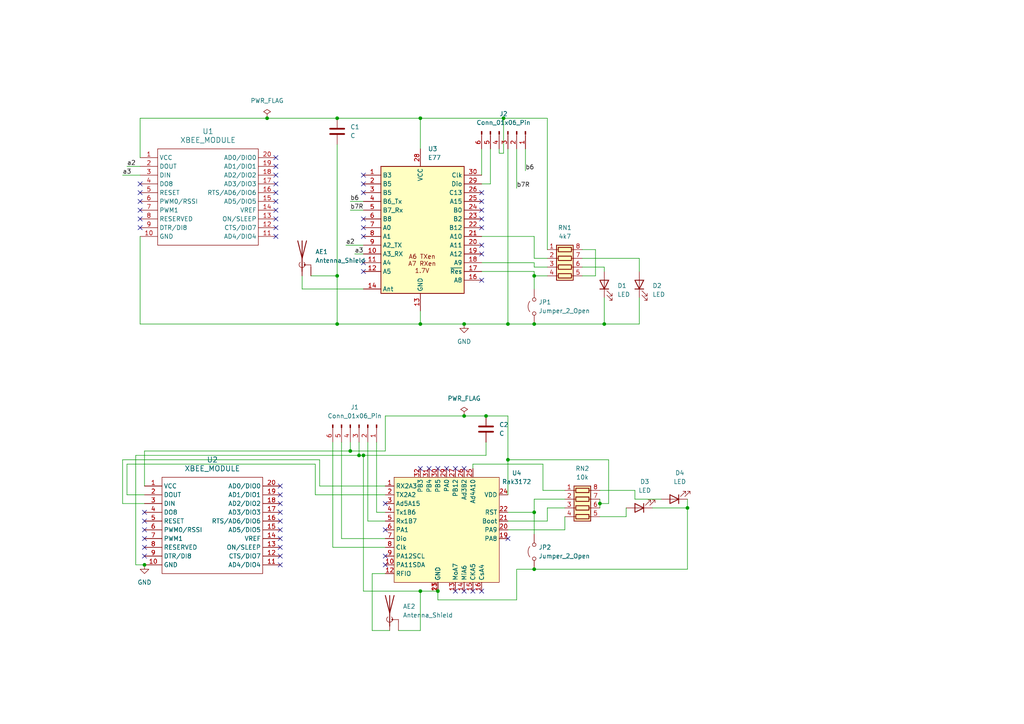
<source format=kicad_sch>
(kicad_sch (version 20231120) (generator "eeschema") (generator_version "8.0")
  (paper "A4")
  (lib_symbols
    (symbol "1meine:EbyteE77"
      (property "Reference" "U" (at 0 5.334 0))
      (property "Value" "E77" (at -0.254 2.794 0))
      (symbol "EbyteE77_1_1"
        (rectangle (start -11.43 24.13) (end 12.7 -12.7) (stroke (width 0.254)) (fill (type background)))
        (text "A6 TXen\nA7 RXen\n1.7V" (at 0.508 -4.064 0) (effects (font (size 1.27 1.27))))
        (pin input line (at -16.51 21.59 0) (length 5.08) (name "B3") (number "1"))
        (pin input line (at -16.51 -1.27 0) (length 5.08) (name "A3_RX") (number "10"))
        (pin passive line (at -16.51 -3.81 0) (length 5.08) (name "A4") (number "11"))
        (pin passive line (at -16.51 -6.35 0) (length 5.08) (name "A5") (number "12"))
        (pin power_in line (at 0 -17.78 90) (length 5.08) (name "GND") (number "13"))
        (pin passive line (at -16.51 -11.43 0) (length 5.08) (name "Ant") (number "14"))
        (pin passive line (at 0 -17.78 90) (length 5.08) hide (name "GND") (number "15"))
        (pin bidirectional line (at 17.78 -8.89 180) (length 5.08) (name "A8") (number "16"))
        (pin passive line (at 17.78 -6.35 180) (length 5.08) (name "~{Res}") (number "17"))
        (pin bidirectional line (at 17.78 -3.81 180) (length 5.08) (name "A9") (number "18"))
        (pin bidirectional line (at 17.78 -1.27 180) (length 5.08) (name "A12") (number "19"))
        (pin input line (at -16.51 19.05 0) (length 5.08) (name "B5") (number "2"))
        (pin bidirectional line (at 17.78 1.27 180) (length 5.08) (name "A11") (number "20"))
        (pin bidirectional line (at 17.78 3.81 180) (length 5.08) (name "A10") (number "21"))
        (pin bidirectional line (at 17.78 6.35 180) (length 5.08) (name "B12") (number "22"))
        (pin bidirectional line (at 17.78 8.89 180) (length 5.08) (name "B2") (number "23"))
        (pin bidirectional line (at 17.78 11.43 180) (length 5.08) (name "B0") (number "24"))
        (pin bidirectional line (at 17.78 13.97 180) (length 5.08) (name "A15") (number "25"))
        (pin bidirectional line (at 17.78 16.51 180) (length 5.08) (name "C13") (number "26"))
        (pin passive line (at 0 -17.78 90) (length 5.08) hide (name "GND") (number "27"))
        (pin power_in line (at 0 29.21 270) (length 5.08) (name "VCC") (number "28"))
        (pin bidirectional line (at 17.78 19.05 180) (length 5.08) (name "Dio") (number "29"))
        (pin bidirectional line (at -16.51 16.51 0) (length 5.08) (name "B5") (number "3"))
        (pin bidirectional line (at 17.78 21.59 180) (length 5.08) (name "Clk") (number "30"))
        (pin output line (at -16.51 13.97 0) (length 5.08) (name "B6_Tx") (number "4"))
        (pin input line (at -16.51 11.43 0) (length 5.08) (name "B7_Rx") (number "5"))
        (pin bidirectional line (at -16.51 8.89 0) (length 5.08) (name "B8") (number "6"))
        (pin passive line (at -16.51 6.35 0) (length 5.08) (name "A0") (number "7"))
        (pin passive line (at -16.51 3.81 0) (length 5.08) (name "A1") (number "8"))
        (pin passive line (at -16.51 1.27 0) (length 5.08) (name "A2_TX") (number "9"))
      )
    )
    (symbol "1meine:rak3172"
      (property "Reference" "U" (at 0 0 0))
      (property "Value" "Rak3172" (at 0 0 0))
      (symbol "rak3172_0_1"
        (rectangle (start -15.24 13.97) (end 15.24 -16.51) (fill (type background)))
      )
      (symbol "rak3172_1_1"
        (pin input line (at -17.78 11.43 0) (length 2.54) (name "RX2A3") (number "1"))
        (pin input line (at -17.78 -11.43 0) (length 2.54) (name "PA11SDA") (number "10"))
        (pin input line (at -2.54 -19.05 90) (length 2.54) (name "GND") (number "11"))
        (pin input line (at -17.78 -13.97 0) (length 2.54) (name "RFIO") (number "12"))
        (pin input line (at 2.54 -19.05 90) (length 2.54) (name "MoA7") (number "13"))
        (pin input line (at 5.08 -19.05 90) (length 2.54) (name "MiA6") (number "14"))
        (pin input line (at 7.62 -19.05 90) (length 2.54) (name "CKA5") (number "15"))
        (pin input line (at 10.16 -19.05 90) (length 2.54) (name "CsA4") (number "16"))
        (pin input line (at -2.54 -19.05 90) (length 2.54) hide (name "GND") (number "17"))
        (pin input line (at -2.54 -19.05 90) (length 2.54) hide (name "GND") (number "18"))
        (pin input line (at 17.78 -3.81 180) (length 2.54) (name "PA8") (number "19"))
        (pin input line (at -17.78 8.89 0) (length 2.54) (name "TX2A2") (number "2"))
        (pin input line (at 17.78 -1.27 180) (length 2.54) (name "PA9") (number "20"))
        (pin input line (at 17.78 1.27 180) (length 2.54) (name "Boot") (number "21"))
        (pin input line (at 17.78 3.81 180) (length 2.54) (name "RST") (number "22"))
        (pin input line (at -2.54 -19.05 90) (length 2.54) (name "GND") (number "23"))
        (pin input line (at 17.78 8.89 180) (length 2.54) (name "VDD") (number "24"))
        (pin input line (at 7.62 16.51 270) (length 2.54) (name "Ad4A10") (number "25"))
        (pin input line (at 5.08 16.51 270) (length 2.54) (name "Ad3B2") (number "26"))
        (pin input line (at 2.54 16.51 270) (length 2.54) (name "PB12") (number "27"))
        (pin input line (at -2.54 -19.05 90) (length 2.54) hide (name "GND") (number "28"))
        (pin input line (at 0 16.51 270) (length 2.54) (name "PA0") (number "29"))
        (pin input line (at -17.78 6.35 0) (length 2.54) (name "Ad5A15") (number "3"))
        (pin passive line (at -2.54 16.51 270) (length 2.54) (name "PB5") (number "30"))
        (pin passive line (at -5.08 16.51 270) (length 2.54) (name "PB4") (number "31"))
        (pin passive line (at -7.62 16.51 270) (length 2.54) (name "PB3") (number "32"))
        (pin input line (at -17.78 3.81 0) (length 2.54) (name "Tx1B6") (number "4"))
        (pin input line (at -17.78 1.27 0) (length 2.54) (name "Rx1B7") (number "5"))
        (pin input line (at -17.78 -1.27 0) (length 2.54) (name "PA1") (number "6"))
        (pin input line (at -17.78 -3.81 0) (length 2.54) (name "Dio") (number "7"))
        (pin input line (at -17.78 -6.35 0) (length 2.54) (name "Clk") (number "8"))
        (pin input line (at -17.78 -8.89 0) (length 2.54) (name "PA12SCL") (number "9"))
      )
    )
    (symbol "Connector:Conn_01x06_Pin" (pin_names (offset 1.016) hide)
      (property "Reference" "J" (at 0 7.62 0))
      (property "Value" "Conn_01x06_Pin" (at 0 -10.16 0))
      (symbol "Conn_01x06_Pin_1_1"
        (polyline (pts (xy 1.27 -7.62) (xy 0.8636 -7.62)) (stroke (width 0.1524)))
        (polyline (pts (xy 1.27 -5.08) (xy 0.8636 -5.08)) (stroke (width 0.1524)))
        (polyline (pts (xy 1.27 -2.54) (xy 0.8636 -2.54)) (stroke (width 0.1524)))
        (polyline (pts (xy 1.27 0) (xy 0.8636 0)) (stroke (width 0.1524)))
        (polyline (pts (xy 1.27 2.54) (xy 0.8636 2.54)) (stroke (width 0.1524)))
        (polyline (pts (xy 1.27 5.08) (xy 0.8636 5.08)) (stroke (width 0.1524)))
        (rectangle (start 0.8636 -7.493) (end 0 -7.747) (stroke (width 0.1524)) (fill (type outline)))
        (rectangle (start 0.8636 -4.953) (end 0 -5.207) (stroke (width 0.1524)) (fill (type outline)))
        (rectangle (start 0.8636 -2.413) (end 0 -2.667) (stroke (width 0.1524)) (fill (type outline)))
        (rectangle (start 0.8636 0.127) (end 0 -0.127) (stroke (width 0.1524)) (fill (type outline)))
        (rectangle (start 0.8636 2.667) (end 0 2.413) (stroke (width 0.1524)) (fill (type outline)))
        (rectangle (start 0.8636 5.207) (end 0 4.953) (stroke (width 0.1524)) (fill (type outline)))
        (pin passive line (at 5.08 5.08 180) (length 3.81) (name "Pin_1") (number "1"))
        (pin passive line (at 5.08 2.54 180) (length 3.81) (name "Pin_2") (number "2"))
        (pin passive line (at 5.08 0 180) (length 3.81) (name "Pin_3") (number "3"))
        (pin passive line (at 5.08 -2.54 180) (length 3.81) (name "Pin_4") (number "4"))
        (pin passive line (at 5.08 -5.08 180) (length 3.81) (name "Pin_5") (number "5"))
        (pin passive line (at 5.08 -7.62 180) (length 3.81) (name "Pin_6") (number "6"))
      )
    )
    (symbol "Device:Antenna_Shield" (pin_numbers hide) (pin_names (offset 1.016) hide)
      (property "Reference" "AE" (at -1.905 4.445 0))
      (property "Value" "Antenna_Shield" (at -1.905 2.54 0))
      (symbol "Antenna_Shield_0_1"
        (arc (start -0.508 -1.143) (mid -0.8429 -2.1194) (end 0 -2.667))
        (arc (start 0 -2.667) (mid 0.7989 -2.1052) (end 0.508 -1.143))
        (polyline (pts (xy 0 -2.54) (xy 0 0)))
        (polyline (pts (xy 0 5.08) (xy 0 -3.81)) (stroke (width 0.254)))
        (polyline (pts (xy 0.762 -1.905) (xy 2.54 -1.905)))
        (polyline (pts (xy 2.54 -2.54) (xy 2.54 -1.905)))
        (polyline (pts (xy 1.27 5.08) (xy 0 0) (xy -1.27 5.08)) (stroke (width 0.254)))
        (circle (center 0.762 -1.905) (radius 0.1778) (fill (type outline)))
      )
      (symbol "Antenna_Shield_1_1"
        (pin input line (at 0 -5.08 90) (length 2.54) (name "A") (number "1"))
        (pin input line (at 2.54 -5.08 90) (length 2.54) (name "Shield") (number "2"))
      )
    )
    (symbol "Device:C" (pin_numbers hide) (pin_names (offset 0.254))
      (property "Reference" "C" (at 0.635 2.54 0))
      (property "Value" "C" (at 0.635 -2.54 0))
      (symbol "C_0_1"
        (polyline (pts (xy -2.032 -0.762) (xy 2.032 -0.762)) (stroke (width 0.508)))
        (polyline (pts (xy -2.032 0.762) (xy 2.032 0.762)) (stroke (width 0.508)))
      )
      (symbol "C_1_1"
        (pin passive line (at 0 3.81 270) (length 2.794) (name "~") (number "1"))
        (pin passive line (at 0 -3.81 90) (length 2.794) (name "~") (number "2"))
      )
    )
    (symbol "Device:LED" (pin_numbers hide) (pin_names (offset 1.016) hide)
      (property "Reference" "D" (at 0 2.54 0))
      (property "Value" "LED" (at 0 -2.54 0))
      (symbol "LED_0_1"
        (polyline (pts (xy -1.27 -1.27) (xy -1.27 1.27)) (stroke (width 0.254)))
        (polyline (pts (xy -1.27 0) (xy 1.27 0)))
        (polyline (pts (xy 1.27 -1.27) (xy 1.27 1.27) (xy -1.27 0) (xy 1.27 -1.27)) (stroke (width 0.254)))
        (polyline (pts (xy -3.048 -0.762) (xy -4.572 -2.286) (xy -3.81 -2.286) (xy -4.572 -2.286) (xy -4.572 -1.524)))
        (polyline (pts (xy -1.778 -0.762) (xy -3.302 -2.286) (xy -2.54 -2.286) (xy -3.302 -2.286) (xy -3.302 -1.524)))
      )
      (symbol "LED_1_1"
        (pin passive line (at -3.81 0 0) (length 2.54) (name "K") (number "1"))
        (pin passive line (at 3.81 0 180) (length 2.54) (name "A") (number "2"))
      )
    )
    (symbol "Device:R_Pack04" (pin_names (offset 0) hide)
      (property "Reference" "RN" (at -7.62 0 90))
      (property "Value" "R_Pack04" (at 5.08 0 90))
      (symbol "R_Pack04_0_1"
        (rectangle (start -6.35 -2.413) (end 3.81 2.413) (stroke (width 0.254)) (fill (type background)))
        (rectangle (start -5.715 1.905) (end -4.445 -1.905) (stroke (width 0.254)))
        (rectangle (start -3.175 1.905) (end -1.905 -1.905) (stroke (width 0.254)))
        (rectangle (start -0.635 1.905) (end 0.635 -1.905) (stroke (width 0.254)))
        (polyline (pts (xy -5.08 -2.54) (xy -5.08 -1.905)))
        (polyline (pts (xy -5.08 1.905) (xy -5.08 2.54)))
        (polyline (pts (xy -2.54 -2.54) (xy -2.54 -1.905)))
        (polyline (pts (xy -2.54 1.905) (xy -2.54 2.54)))
        (polyline (pts (xy 0 -2.54) (xy 0 -1.905)))
        (polyline (pts (xy 0 1.905) (xy 0 2.54)))
        (polyline (pts (xy 2.54 -2.54) (xy 2.54 -1.905)))
        (polyline (pts (xy 2.54 1.905) (xy 2.54 2.54)))
        (rectangle (start 1.905 1.905) (end 3.175 -1.905) (stroke (width 0.254)))
      )
      (symbol "R_Pack04_1_1"
        (pin passive line (at -5.08 -5.08 90) (length 2.54) (name "R1.1") (number "1"))
        (pin passive line (at -2.54 -5.08 90) (length 2.54) (name "R2.1") (number "2"))
        (pin passive line (at 0 -5.08 90) (length 2.54) (name "R3.1") (number "3"))
        (pin passive line (at 2.54 -5.08 90) (length 2.54) (name "R4.1") (number "4"))
        (pin passive line (at 2.54 5.08 270) (length 2.54) (name "R4.2") (number "5"))
        (pin passive line (at 0 5.08 270) (length 2.54) (name "R3.2") (number "6"))
        (pin passive line (at -2.54 5.08 270) (length 2.54) (name "R2.2") (number "7"))
        (pin passive line (at -5.08 5.08 270) (length 2.54) (name "R1.2") (number "8"))
      )
    )
    (symbol "Jumper:Jumper_2_Open" (pin_numbers hide) (pin_names (offset 0) hide) (exclude_from_sim yes)
      (property "Reference" "JP" (at 0 2.794 0))
      (property "Value" "Jumper_2_Open" (at 0 -2.286 0))
      (symbol "Jumper_2_Open_0_0"
        (circle (center -2.032 0) (radius 0.508))
        (circle (center 2.032 0) (radius 0.508))
      )
      (symbol "Jumper_2_Open_0_1"
        (arc (start 1.524 1.27) (mid 0 1.778) (end -1.524 1.27))
      )
      (symbol "Jumper_2_Open_1_1"
        (pin passive line (at -5.08 0 0) (length 2.54) (name "A") (number "1"))
        (pin passive line (at 5.08 0 180) (length 2.54) (name "B") (number "2"))
      )
    )
    (symbol "power:GND" (power) (pin_numbers hide) (pin_names (offset 0) hide)
      (property "Value" "GND" (at 0 -3.81 0))
      (symbol "GND_0_1"
        (polyline (pts (xy 0 0) (xy 0 -1.27) (xy 1.27 -1.27) (xy 0 -2.54) (xy -1.27 -1.27) (xy 0 -1.27)))
      )
      (symbol "GND_1_1"
        (pin power_in line (at 0 0 270) (length 0) (name "~") (number "1"))
      )
    )
    (symbol "power:PWR_FLAG" (power) (pin_numbers hide) (pin_names (offset 0) hide)
      (property "Value" "PWR_FLAG" (at 0 3.81 0))
      (symbol "PWR_FLAG_0_0"
        (pin power_out line (at 0 0 90) (length 0) (name "~") (number "1"))
      )
      (symbol "PWR_FLAG_0_1"
        (polyline (pts (xy 0 0) (xy 0 1.27) (xy -1.016 1.905) (xy 0 2.54) (xy 1.016 1.905) (xy 0 1.27)))
      )
    )
    (symbol "xbee:XBEE_MODULE"
      (property "Reference" "U" (at 1.27 -1.27 0))
      (property "Value" "XBEE_MODULE" (at -10.16 17.78 0))
      (symbol "XBEE_MODULE_0_1"
        (rectangle (start -13.97 16.51) (end 15.24 -11.43))
      )
      (symbol "XBEE_MODULE_1_1"
        (pin power_in line (at -19.05 13.97 0) (length 5.08) (name "VCC") (number "1"))
        (pin bidirectional line (at -19.05 -8.89 0) (length 5.08) (name "GND") (number "10"))
        (pin bidirectional line (at 20.32 -8.89 180) (length 5.08) (name "AD4/DIO4") (number "11"))
        (pin bidirectional line (at 20.32 -6.35 180) (length 5.08) (name "CTS/DIO7") (number "12"))
        (pin bidirectional line (at 20.32 -3.81 180) (length 5.08) (name "ON/SLEEP") (number "13"))
        (pin unspecified line (at 20.32 -1.27 180) (length 5.08) (name "VREF") (number "14"))
        (pin bidirectional line (at 20.32 1.27 180) (length 5.08) (name "AD5/DIO5") (number "15"))
        (pin bidirectional line (at 20.32 3.81 180) (length 5.08) (name "RTS/AD6/DIO6") (number "16"))
        (pin bidirectional line (at 20.32 6.35 180) (length 5.08) (name "AD3/DIO3") (number "17"))
        (pin bidirectional line (at 20.32 8.89 180) (length 5.08) (name "AD2/DIO2") (number "18"))
        (pin bidirectional line (at 20.32 11.43 180) (length 5.08) (name "AD1/DIO1") (number "19"))
        (pin output line (at -19.05 11.43 0) (length 5.08) (name "DOUT") (number "2"))
        (pin bidirectional line (at 20.32 13.97 180) (length 5.08) (name "AD0/DIO0") (number "20"))
        (pin input line (at -19.05 8.89 0) (length 5.08) (name "DIN") (number "3"))
        (pin output line (at -19.05 6.35 0) (length 5.08) (name "DO8") (number "4"))
        (pin input line (at -19.05 3.81 0) (length 5.08) (name "RESET") (number "5"))
        (pin output line (at -19.05 1.27 0) (length 5.08) (name "PWM0/RSSI") (number "6"))
        (pin output line (at -19.05 -1.27 0) (length 5.08) (name "PWM1") (number "7"))
        (pin unspecified line (at -19.05 -3.81 0) (length 5.08) (name "RESERVED") (number "8"))
        (pin input line (at -19.05 -6.35 0) (length 5.08) (name "DTR/DI8") (number "9"))
      )
    )
  )
  (junction (at 121.92 34.29))
  (junction (at 121.92 171.45))
  (junction (at 140.97 120.65))
  (junction (at 175.26 93.98))
  (junction (at 154.94 80.01))
  (junction (at 101.6 130.81))
  (junction (at 154.94 148.59))
  (junction (at 105.41 132.08))
  (junction (at 154.94 93.98))
  (junction (at 134.62 93.98))
  (junction (at 173.99 146.05))
  (junction (at 127 171.45))
  (junction (at 97.79 80.01))
  (junction (at 41.91 163.83))
  (junction (at 97.79 34.29))
  (junction (at 154.94 165.1))
  (junction (at 134.62 120.65))
  (junction (at 147.32 93.98))
  (junction (at 104.14 132.08))
  (junction (at 147.32 133.35))
  (junction (at 77.47 34.29))
  (junction (at 146.05 34.29))
  (junction (at 199.39 147.32))
  (junction (at 97.79 93.98))
  (junction (at 121.92 93.98))
  (no_connect (at 139.7 63.5))
  (no_connect (at 139.7 71.12))
  (no_connect (at 81.28 158.75))
  (no_connect (at 139.7 58.42))
  (no_connect (at 139.7 81.28))
  (no_connect (at 147.32 156.21))
  (no_connect (at 139.7 73.66))
  (no_connect (at 40.64 55.88))
  (no_connect (at 139.7 55.88))
  (no_connect (at 81.28 143.51))
  (no_connect (at 105.41 68.58))
  (no_connect (at 40.64 58.42))
  (no_connect (at 137.16 171.45))
  (no_connect (at 41.91 158.75))
  (no_connect (at 134.62 171.45))
  (no_connect (at 40.64 53.34))
  (no_connect (at 127 135.89))
  (no_connect (at 139.7 171.45))
  (no_connect (at 41.91 156.21))
  (no_connect (at 41.91 153.67))
  (no_connect (at 111.76 153.67))
  (no_connect (at 81.28 153.67))
  (no_connect (at 81.28 151.13))
  (no_connect (at 80.01 58.42))
  (no_connect (at 80.01 55.88))
  (no_connect (at 134.62 135.89))
  (no_connect (at 139.7 60.96))
  (no_connect (at 81.28 156.21))
  (no_connect (at 80.01 45.72))
  (no_connect (at 105.41 55.88))
  (no_connect (at 105.41 50.8))
  (no_connect (at 80.01 63.5))
  (no_connect (at 124.46 135.89))
  (no_connect (at 105.41 53.34))
  (no_connect (at 139.7 66.04))
  (no_connect (at 41.91 151.13))
  (no_connect (at 80.01 50.8))
  (no_connect (at 111.76 163.83))
  (no_connect (at 41.91 161.29))
  (no_connect (at 105.41 78.74))
  (no_connect (at 40.64 66.04))
  (no_connect (at 80.01 60.96))
  (no_connect (at 41.91 148.59))
  (no_connect (at 40.64 60.96))
  (no_connect (at 81.28 140.97))
  (no_connect (at 80.01 48.26))
  (no_connect (at 81.28 148.59))
  (no_connect (at 111.76 161.29))
  (no_connect (at 80.01 66.04))
  (no_connect (at 80.01 68.58))
  (no_connect (at 132.08 171.45))
  (no_connect (at 129.54 135.89))
  (no_connect (at 121.92 135.89))
  (no_connect (at 105.41 76.2))
  (no_connect (at 111.76 146.05))
  (no_connect (at 105.41 63.5))
  (no_connect (at 81.28 163.83))
  (no_connect (at 80.01 53.34))
  (no_connect (at 132.08 135.89))
  (no_connect (at 40.64 63.5))
  (no_connect (at 81.28 161.29))
  (no_connect (at 81.28 146.05))
  (no_connect (at 105.41 66.04))
  (wire (pts (xy 137.16 135.89) (xy 137.16 134.62)))
  (wire (pts (xy 104.14 132.08) (xy 39.37 132.08)))
  (wire (pts (xy 185.42 93.98) (xy 175.26 93.98)))
  (wire (pts (xy 101.6 58.42) (xy 105.41 58.42)))
  (wire (pts (xy 111.76 151.13) (xy 106.68 151.13)))
  (wire (pts (xy 154.94 93.98) (xy 147.32 93.98)))
  (wire (pts (xy 97.79 34.29) (xy 121.92 34.29)))
  (wire (pts (xy 109.22 148.59) (xy 109.22 128.27)))
  (wire (pts (xy 175.26 77.47) (xy 175.26 78.74)))
  (wire (pts (xy 41.91 146.05) (xy 35.56 146.05)))
  (wire (pts (xy 168.91 74.93) (xy 185.42 74.93)))
  (wire (pts (xy 154.94 80.01) (xy 154.94 83.82)))
  (wire (pts (xy 101.6 60.96) (xy 105.41 60.96)))
  (wire (pts (xy 175.26 93.98) (xy 154.94 93.98)))
  (wire (pts (xy 154.94 76.2) (xy 154.94 77.47)))
  (wire (pts (xy 139.7 53.34) (xy 142.24 53.34)))
  (wire (pts (xy 140.97 132.08) (xy 105.41 132.08)))
  (wire (pts (xy 173.99 146.05) (xy 173.99 147.32)))
  (wire (pts (xy 101.6 130.81) (xy 41.91 130.81)))
  (wire (pts (xy 139.7 68.58) (xy 154.94 68.58)))
  (wire (pts (xy 113.03 182.88) (xy 107.95 182.88)))
  (wire (pts (xy 199.39 147.32) (xy 199.39 165.1)))
  (wire (pts (xy 121.92 171.45) (xy 105.41 171.45)))
  (wire (pts (xy 121.92 34.29) (xy 121.92 43.18)))
  (wire (pts (xy 111.76 156.21) (xy 99.06 156.21)))
  (wire (pts (xy 111.76 120.65) (xy 111.76 130.81)))
  (wire (pts (xy 146.05 34.29) (xy 121.92 34.29)))
  (wire (pts (xy 97.79 41.91) (xy 97.79 80.01)))
  (wire (pts (xy 107.95 182.88) (xy 107.95 166.37)))
  (wire (pts (xy 77.47 34.29) (xy 97.79 34.29)))
  (wire (pts (xy 147.32 120.65) (xy 147.32 133.35)))
  (wire (pts (xy 154.94 80.01) (xy 158.75 80.01)))
  (wire (pts (xy 102.87 73.66) (xy 105.41 73.66)))
  (wire (pts (xy 121.92 182.88) (xy 121.92 171.45)))
  (wire (pts (xy 142.24 53.34) (xy 142.24 43.18)))
  (wire (pts (xy 104.14 128.27) (xy 104.14 132.08)))
  (wire (pts (xy 35.56 133.35) (xy 92.71 133.35)))
  (wire (pts (xy 41.91 130.81) (xy 41.91 140.97)))
  (wire (pts (xy 90.17 80.01) (xy 97.79 80.01)))
  (wire (pts (xy 106.68 151.13) (xy 106.68 128.27)))
  (wire (pts (xy 92.71 133.35) (xy 92.71 140.97)))
  (wire (pts (xy 91.44 143.51) (xy 91.44 134.62)))
  (wire (pts (xy 154.94 77.47) (xy 158.75 77.47)))
  (wire (pts (xy 189.23 147.32) (xy 199.39 147.32)))
  (wire (pts (xy 92.71 140.97) (xy 111.76 140.97)))
  (wire (pts (xy 176.53 146.05) (xy 176.53 133.35)))
  (wire (pts (xy 139.7 76.2) (xy 154.94 76.2)))
  (wire (pts (xy 111.76 143.51) (xy 91.44 143.51)))
  (wire (pts (xy 147.32 151.13) (xy 158.75 151.13)))
  (wire (pts (xy 40.64 93.98) (xy 40.64 68.58)))
  (wire (pts (xy 173.99 142.24) (xy 184.15 142.24)))
  (wire (pts (xy 146.05 44.45) (xy 146.05 34.29)))
  (wire (pts (xy 157.48 134.62) (xy 157.48 142.24)))
  (wire (pts (xy 36.83 134.62) (xy 36.83 143.51)))
  (wire (pts (xy 134.62 93.98) (xy 147.32 93.98)))
  (wire (pts (xy 181.61 149.86) (xy 181.61 147.32)))
  (wire (pts (xy 154.94 74.93) (xy 158.75 74.93)))
  (wire (pts (xy 139.7 43.18) (xy 139.7 50.8)))
  (wire (pts (xy 173.99 144.78) (xy 173.99 146.05)))
  (wire (pts (xy 199.39 147.32) (xy 199.39 144.78)))
  (wire (pts (xy 144.78 43.18) (xy 144.78 44.45)))
  (wire (pts (xy 139.7 78.74) (xy 154.94 78.74)))
  (wire (pts (xy 97.79 93.98) (xy 121.92 93.98)))
  (wire (pts (xy 36.83 48.26) (xy 40.64 48.26)))
  (wire (pts (xy 147.32 148.59) (xy 154.94 148.59)))
  (wire (pts (xy 101.6 130.81) (xy 111.76 130.81)))
  (wire (pts (xy 105.41 83.82) (xy 87.63 83.82)))
  (wire (pts (xy 158.75 34.29) (xy 158.75 72.39)))
  (wire (pts (xy 175.26 86.36) (xy 175.26 93.98)))
  (wire (pts (xy 176.53 133.35) (xy 147.32 133.35)))
  (wire (pts (xy 121.92 90.17) (xy 121.92 93.98)))
  (wire (pts (xy 40.64 93.98) (xy 97.79 93.98)))
  (wire (pts (xy 154.94 68.58) (xy 154.94 74.93)))
  (wire (pts (xy 140.97 128.27) (xy 140.97 132.08)))
  (wire (pts (xy 147.32 133.35) (xy 147.32 143.51)))
  (wire (pts (xy 40.64 34.29) (xy 77.47 34.29)))
  (wire (pts (xy 87.63 83.82) (xy 87.63 80.01)))
  (wire (pts (xy 111.76 158.75) (xy 96.52 158.75)))
  (wire (pts (xy 101.6 128.27) (xy 101.6 130.81)))
  (wire (pts (xy 147.32 43.18) (xy 147.32 93.98)))
  (wire (pts (xy 158.75 151.13) (xy 158.75 147.32)))
  (wire (pts (xy 154.94 144.78) (xy 163.83 144.78)))
  (wire (pts (xy 157.48 142.24) (xy 163.83 142.24)))
  (wire (pts (xy 154.94 78.74) (xy 154.94 80.01)))
  (wire (pts (xy 185.42 74.93) (xy 185.42 78.74)))
  (wire (pts (xy 134.62 120.65) (xy 111.76 120.65)))
  (wire (pts (xy 149.86 173.99) (xy 127 173.99)))
  (wire (pts (xy 173.99 149.86) (xy 181.61 149.86)))
  (wire (pts (xy 168.91 80.01) (xy 172.72 80.01)))
  (wire (pts (xy 172.72 80.01) (xy 172.72 72.39)))
  (wire (pts (xy 96.52 158.75) (xy 96.52 128.27)))
  (wire (pts (xy 154.94 165.1) (xy 149.86 165.1)))
  (wire (pts (xy 168.91 77.47) (xy 175.26 77.47)))
  (wire (pts (xy 105.41 132.08) (xy 104.14 132.08)))
  (wire (pts (xy 97.79 80.01) (xy 97.79 93.98)))
  (wire (pts (xy 173.99 146.05) (xy 176.53 146.05)))
  (wire (pts (xy 115.57 182.88) (xy 121.92 182.88)))
  (wire (pts (xy 199.39 165.1) (xy 154.94 165.1)))
  (wire (pts (xy 168.91 72.39) (xy 172.72 72.39)))
  (wire (pts (xy 36.83 143.51) (xy 41.91 143.51)))
  (wire (pts (xy 154.94 148.59) (xy 154.94 144.78)))
  (wire (pts (xy 152.4 43.18) (xy 152.4 49.53)))
  (wire (pts (xy 144.78 44.45) (xy 146.05 44.45)))
  (wire (pts (xy 107.95 166.37) (xy 111.76 166.37)))
  (wire (pts (xy 127 171.45) (xy 121.92 171.45)))
  (wire (pts (xy 127 173.99) (xy 127 171.45)))
  (wire (pts (xy 39.37 132.08) (xy 39.37 163.83)))
  (wire (pts (xy 105.41 171.45) (xy 105.41 132.08)))
  (wire (pts (xy 147.32 153.67) (xy 163.83 153.67)))
  (wire (pts (xy 184.15 142.24) (xy 184.15 144.78)))
  (wire (pts (xy 147.32 120.65) (xy 140.97 120.65)))
  (wire (pts (xy 137.16 134.62) (xy 157.48 134.62)))
  (wire (pts (xy 154.94 148.59) (xy 154.94 154.94)))
  (wire (pts (xy 158.75 34.29) (xy 146.05 34.29)))
  (wire (pts (xy 39.37 163.83) (xy 41.91 163.83)))
  (wire (pts (xy 185.42 86.36) (xy 185.42 93.98)))
  (wire (pts (xy 40.64 45.72) (xy 40.64 34.29)))
  (wire (pts (xy 35.56 146.05) (xy 35.56 133.35)))
  (wire (pts (xy 158.75 147.32) (xy 163.83 147.32)))
  (wire (pts (xy 35.56 50.8) (xy 40.64 50.8)))
  (wire (pts (xy 99.06 156.21) (xy 99.06 128.27)))
  (wire (pts (xy 184.15 144.78) (xy 191.77 144.78)))
  (wire (pts (xy 163.83 153.67) (xy 163.83 149.86)))
  (wire (pts (xy 121.92 93.98) (xy 134.62 93.98)))
  (wire (pts (xy 149.86 165.1) (xy 149.86 173.99)))
  (wire (pts (xy 91.44 134.62) (xy 36.83 134.62)))
  (wire (pts (xy 149.86 43.18) (xy 149.86 54.61)))
  (wire (pts (xy 100.33 71.12) (xy 105.41 71.12)))
  (wire (pts (xy 140.97 120.65) (xy 134.62 120.65)))
  (wire (pts (xy 111.76 148.59) (xy 109.22 148.59)))
  (label "b6" (at 152.4 49.53 0))
  (label "a2" (at 36.83 48.26 0))
  (label "a3" (at 35.56 50.8 0))
  (label "b7R" (at 101.6 60.96 0))
  (label "b6" (at 101.6 58.42 0))
  (label "a2" (at 100.33 71.12 0))
  (label "a3" (at 102.87 73.66 0))
  (label "b7R" (at 149.86 54.61 0))
  (symbol (lib_id "Device:LED") (at 175.26 82.55 90) (unit 1)
    (property "Reference" "D1" (at 179.07 82.8674 90) (effects (justify right)))
    (property "Value" "LED" (at 179.07 85.4074 90) (effects (justify right)))
    (property "Footprint" "LED_SMD:LED_0603_1608Metric" (effects (hide yes)))
    (property "Description" "Light emitting diode" (effects (hide yes)))
  )
  (symbol (lib_id "power:GND") (at 41.91 163.83 0) (unit 1)
    (property "Reference" "#PWR01" (effects (hide yes)))
    (property "Value" "GND" (at 41.91 168.91 0))
    (property "Description" "Power symbol creates a global label with name \"GND\" , ground" (effects (hide yes)))
  )
  (symbol (lib_id "xbee:XBEE_MODULE") (at 59.69 59.69 0) (unit 1)
    (property "Reference" "U1" (at 60.325 38.1 0) (effects (font (size 1.524 1.524))))
    (property "Value" "XBEE_MODULE" (at 60.325 40.64 0) (effects (font (size 1.524 1.524))))
    (property "Footprint" "1meine:XBee-KiCad-Rookie" (effects (hide yes)))
  )
  (symbol (lib_id "1meine:EbyteE77") (at 121.92 72.39 0) (unit 1)
    (property "Reference" "U3" (at 124.1141 43.18 0) (effects (justify left)))
    (property "Value" "E77" (at 124.1141 45.72 0) (effects (justify left)))
    (property "Footprint" "1meine:EbyteE77" (effects (hide yes)))
  )
  (symbol (lib_id "power:GND") (at 134.62 93.98 0) (unit 1)
    (property "Reference" "#PWR02" (effects (hide yes)))
    (property "Value" "GND" (at 134.62 99.06 0))
    (property "Description" "Power symbol creates a global label with name \"GND\" , ground" (effects (hide yes)))
  )
  (symbol (lib_id "Device:Antenna_Shield") (at 87.63 74.93 0) (unit 1)
    (property "Reference" "AE1" (at 91.44 73.0249 0) (effects (justify left)))
    (property "Value" "Antenna_Shield" (at 91.44 75.5649 0) (effects (justify left)))
    (property "Footprint" "Connector_Coaxial:SMA_Samtec_SMA-J-P-X-ST-EM1_EdgeMount" (effects (hide yes)))
    (property "Description" "Antenna with extra pin for shielding" (effects (hide yes)))
  )
  (symbol (lib_id "power:PWR_FLAG") (at 134.62 120.65 0) (unit 1)
    (property "Reference" "#FLG03" (effects (hide yes)))
    (property "Value" "PWR_FLAG" (at 134.62 115.57 0))
    (property "Description" "Special symbol for telling ERC where power comes from" (effects (hide yes)))
  )
  (symbol (lib_id "Device:LED") (at 185.42 147.32 180) (unit 1)
    (property "Reference" "D3" (at 187.0075 139.7 0))
    (property "Value" "LED" (at 187.0075 142.24 0))
    (property "Footprint" "LED_SMD:LED_0603_1608Metric" (effects (hide yes)))
    (property "Description" "Light emitting diode" (effects (hide yes)))
  )
  (symbol (lib_id "Device:Antenna_Shield") (at 113.03 177.8 0) (unit 1)
    (property "Reference" "AE2" (at 116.84 175.8949 0) (effects (justify left)))
    (property "Value" "Antenna_Shield" (at 116.84 178.4349 0) (effects (justify left)))
    (property "Footprint" "Connector_Coaxial:SMA_Samtec_SMA-J-P-X-ST-EM1_EdgeMount" (effects (hide yes)))
    (property "Description" "Antenna with extra pin for shielding" (effects (hide yes)))
  )
  (symbol (lib_id "Device:C") (at 140.97 124.46 0) (unit 1)
    (property "Reference" "C2" (at 144.78 123.1899 0) (effects (justify left)))
    (property "Value" "C" (at 144.78 125.7299 0) (effects (justify left)))
    (property "Footprint" "Capacitor_SMD:C_0603_1608Metric" (effects (hide yes)))
    (property "Description" "Unpolarized capacitor" (effects (hide yes)))
  )
  (symbol (lib_id "Jumper:Jumper_2_Open") (at 154.94 160.02 90) (unit 1) (exclude_from_sim yes)
    (property "Reference" "JP2" (at 156.21 158.7499 90) (effects (justify right)))
    (property "Value" "Jumper_2_Open" (at 156.21 161.2899 90) (effects (justify right)))
    (property "Footprint" "Jumper:SolderJumper-2_P1.3mm_Open_RoundedPad1.0x1.5mm" (effects (hide yes)))
    (property "Description" "Jumper, 2-pole, open" (effects (hide yes)))
  )
  (symbol (lib_id "Connector:Conn_01x06_Pin") (at 147.32 38.1 270) (unit 1)
    (property "Reference" "J2" (at 146.05 33.02 90))
    (property "Value" "Conn_01x06_Pin" (at 146.05 35.56 90))
    (property "Footprint" "Connector_PinHeader_2.54mm:PinHeader_1x06_P2.54mm_Vertical" (effects (hide yes)))
    (property "Description" "Generic connector, single row, 01x06, script generated" (effects (hide yes)))
  )
  (symbol (lib_id "power:PWR_FLAG") (at 77.47 34.29 0) (unit 1)
    (property "Reference" "#FLG02" (effects (hide yes)))
    (property "Value" "PWR_FLAG" (at 77.47 29.21 0))
    (property "Description" "Special symbol for telling ERC where power comes from" (effects (hide yes)))
  )
  (symbol (lib_id "xbee:XBEE_MODULE") (at 60.96 154.94 0) (unit 1)
    (property "Reference" "U2" (at 61.595 133.35 0) (effects (font (size 1.524 1.524))))
    (property "Value" "XBEE_MODULE" (at 61.595 135.89 0) (effects (font (size 1.524 1.524))))
    (property "Footprint" "1meine:XBee-KiCad-Rookie" (effects (hide yes)))
  )
  (symbol (lib_id "1meine:rak3172") (at 129.54 152.4 0) (unit 1)
    (property "Reference" "U4" (at 149.86 137.1914 0))
    (property "Value" "Rak3172" (at 149.86 139.7314 0))
    (property "Footprint" "1meine:rak3172" (effects (hide yes)))
  )
  (symbol (lib_id "Device:LED") (at 195.58 144.78 180) (unit 1)
    (property "Reference" "D4" (at 197.1675 137.16 0))
    (property "Value" "LED" (at 197.1675 139.7 0))
    (property "Footprint" "LED_SMD:LED_0603_1608Metric" (effects (hide yes)))
    (property "Description" "Light emitting diode" (effects (hide yes)))
  )
  (symbol (lib_id "Device:C") (at 97.79 38.1 0) (unit 1)
    (property "Reference" "C1" (at 101.6 36.8299 0) (effects (justify left)))
    (property "Value" "C" (at 101.6 39.3699 0) (effects (justify left)))
    (property "Footprint" "Capacitor_SMD:C_0603_1608Metric" (effects (hide yes)))
    (property "Description" "Unpolarized capacitor" (effects (hide yes)))
  )
  (symbol (lib_id "Device:R_Pack04") (at 168.91 147.32 270) (unit 1)
    (property "Reference" "RN2" (at 168.91 135.89 90))
    (property "Value" "10k" (at 168.91 138.43 90))
    (property "Footprint" "Resistor_SMD:R_Array_Convex_4x0603" (effects (hide yes)))
    (property "Description" "4 resistor network, parallel topology" (effects (hide yes)))
  )
  (symbol (lib_id "Connector:Conn_01x06_Pin") (at 104.14 123.19 270) (unit 1)
    (property "Reference" "J1" (at 102.87 118.11 90))
    (property "Value" "Conn_01x06_Pin" (at 102.87 120.65 90))
    (property "Footprint" "Connector_PinHeader_2.54mm:PinHeader_1x06_P2.54mm_Vertical" (effects (hide yes)))
    (property "Description" "Generic connector, single row, 01x06, script generated" (effects (hide yes)))
  )
  (symbol (lib_id "Jumper:Jumper_2_Open") (at 154.94 88.9 90) (unit 1) (exclude_from_sim yes)
    (property "Reference" "JP1" (at 156.21 87.6299 90) (effects (justify right)))
    (property "Value" "Jumper_2_Open" (at 156.21 90.1699 90) (effects (justify right)))
    (property "Footprint" "Jumper:SolderJumper-2_P1.3mm_Open_RoundedPad1.0x1.5mm" (effects (hide yes)))
    (property "Description" "Jumper, 2-pole, open" (effects (hide yes)))
  )
  (symbol (lib_id "Device:R_Pack04") (at 163.83 77.47 270) (unit 1)
    (property "Reference" "RN1" (at 163.83 66.04 90))
    (property "Value" "4k7" (at 163.83 68.58 90))
    (property "Footprint" "Resistor_SMD:R_Array_Convex_4x0603" (effects (hide yes)))
    (property "Description" "4 resistor network, parallel topology" (effects (hide yes)))
  )
  (symbol (lib_id "Device:LED") (at 185.42 82.55 90) (unit 1)
    (property "Reference" "D2" (at 189.23 82.8674 90) (effects (justify right)))
    (property "Value" "LED" (at 189.23 85.4074 90) (effects (justify right)))
    (property "Footprint" "LED_SMD:LED_0603_1608Metric" (effects (hide yes)))
    (property "Description" "Light emitting diode" (effects (hide yes)))
  )
)
</source>
